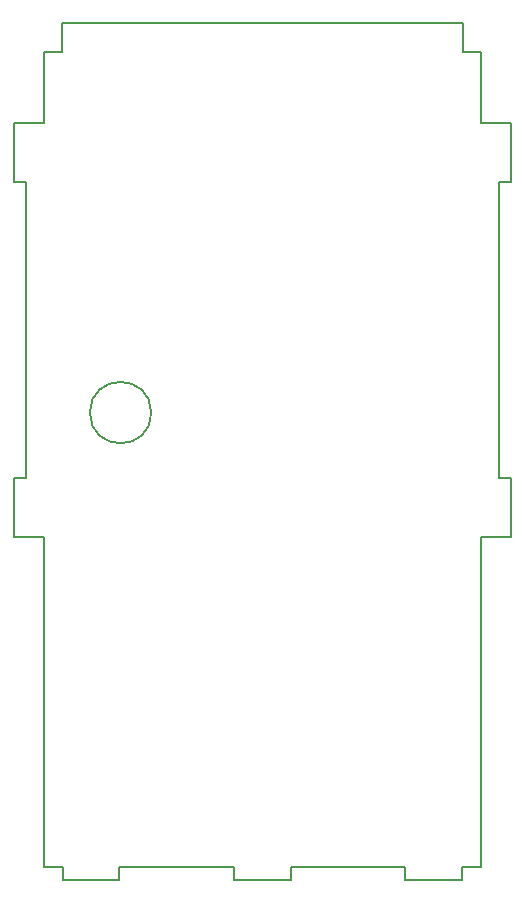
<source format=gbr>
%TF.GenerationSoftware,KiCad,Pcbnew,(5.99.0-10483-ga6ad7a4a70)*%
%TF.CreationDate,2021-05-18T08:29:19+02:00*%
%TF.ProjectId,quadkey,71756164-6b65-4792-9e6b-696361645f70,rev?*%
%TF.SameCoordinates,Original*%
%TF.FileFunction,Profile,NP*%
%FSLAX46Y46*%
G04 Gerber Fmt 4.6, Leading zero omitted, Abs format (unit mm)*
G04 Created by KiCad (PCBNEW (5.99.0-10483-ga6ad7a4a70)) date 2021-05-18 08:29:19*
%MOMM*%
%LPD*%
G01*
G04 APERTURE LIST*
%TA.AperFunction,Profile*%
%ADD10C,0.200000*%
%TD*%
G04 APERTURE END LIST*
D10*
X88625000Y-47275000D02*
X88625000Y-49775000D01*
X117725000Y-118775000D02*
X108025000Y-118775000D01*
X124125000Y-55775000D02*
X124125000Y-49775000D01*
X88625000Y-49775000D02*
X87125000Y-49775000D01*
X122525000Y-119875000D02*
X122525000Y-118775000D01*
X124125000Y-118775000D02*
X122525000Y-118775000D01*
X122625000Y-47275000D02*
X122625000Y-49775000D01*
X124125000Y-118775000D02*
X124125000Y-90775000D01*
X87125000Y-55775000D02*
X87125000Y-49775000D01*
X87125000Y-90775000D02*
X84575000Y-90775000D01*
X108025000Y-118775000D02*
X108025000Y-119875000D01*
X87125000Y-55775000D02*
X84575000Y-55775000D01*
X117725000Y-118775000D02*
X117725000Y-119875000D01*
X96225000Y-80275000D02*
G75*
G03*
X96225000Y-80275000I-2600000J0D01*
G01*
X125625000Y-85775000D02*
X125625000Y-60775000D01*
X103225000Y-118775000D02*
X93525000Y-118775000D01*
X88725000Y-118775000D02*
X87125000Y-118775000D01*
X85625000Y-60775000D02*
X84575000Y-60775000D01*
X124125000Y-49775000D02*
X122625000Y-49775000D01*
X126675000Y-90775000D02*
X124125000Y-90775000D01*
X126675000Y-60775000D02*
X125625000Y-60775000D01*
X126675000Y-85775000D02*
X125625000Y-85775000D01*
X108025000Y-119875000D02*
X103225000Y-119875000D01*
X103225000Y-118775000D02*
X103225000Y-119875000D01*
X93525000Y-118775000D02*
X93525000Y-119875000D01*
X84575000Y-55775000D02*
X84575000Y-60775000D01*
X126675000Y-85775000D02*
X126675000Y-90775000D01*
X122525000Y-119875000D02*
X117725000Y-119875000D01*
X126675000Y-55775000D02*
X124125000Y-55775000D01*
X93525000Y-119875000D02*
X88725000Y-119875000D01*
X126675000Y-55775000D02*
X126675000Y-60775000D01*
X84575000Y-85775000D02*
X84575000Y-90775000D01*
X88725000Y-118775000D02*
X88725000Y-119875000D01*
X88625000Y-47275000D02*
X122625000Y-47275000D01*
X87125000Y-118775000D02*
X87125000Y-90775000D01*
X85625000Y-85775000D02*
X85625000Y-60775000D01*
X85625000Y-85775000D02*
X84575000Y-85775000D01*
M02*

</source>
